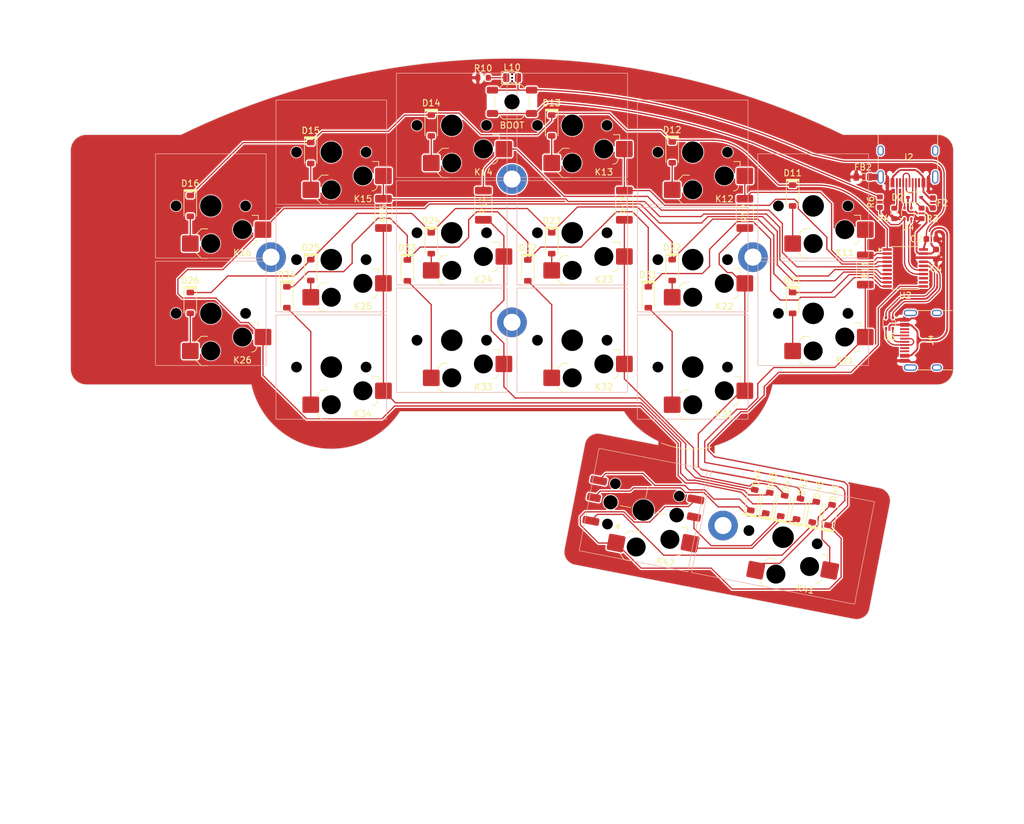
<source format=kicad_pcb>
(kicad_pcb (version 20240108) (generator "pcbnew") (generator_version "8.0")
  (layers (0 "F.Cu" signal) (31 "B.Cu" signal) (34 "B.Paste" user) (35 "F.Paste" user) (36 "B.SilkS" user "B.Silkscreen") (37 "F.SilkS" user "F.Silkscreen") (38 "B.Mask" user) (39 "F.Mask" user) (44 "Edge.Cuts" user))
  (property "AUTHOR" "bgkendall")
  (property "PCB_REVISION" "1.0")
  (net 0 "")
  (net 1 "Row1")
  (net 2 "Net-(D11-A)")
  (net 3 "Net-(D12-A)")
  (net 4 "Net-(D13-A)")
  (net 5 "Row2")
  (net 6 "Net-(D14-A)")
  (net 7 "Net-(D15-A)")
  (net 8 "GND")
  (net 9 "Col5")
  (net 10 "Col4")
  (net 11 "Col4T")
  (net 12 "Col3T")
  (net 13 "Col3")
  (net 14 "Col2T")
  (net 15 "Col2")
  (net 16 "TX_R")
  (net 17 "RX_R")
  (net 19 "Col5T")
  (net 20 "Net-(D21-A)")
  (net 25 "+3V3")
  (net 26 "Net-(L10-K)")
  (net 27 "VBUS_R")
  (net 28 "Net-(FB2-Pad1)")
  (net 31 "USB_PR-")
  (net 32 "USB_PR+")
  (net 34 "Net-(J2-CC1)")
  (net 35 "Net-(J2-CC2)")
  (net 36 "TX_PR")
  (net 38 "RX_PR")
  (net 39 "VCC_R")
  (net 47 "Net-(NT2-Pad2)")
  (net 48 "USB_R+")
  (net 49 "BOOT")
  (net 50 "USB_R-")
  (net 51 "Net-(D24-A)")
  (net 52 "Net-(D23-A)")
  (net 53 "Net-(D22-A)")
  (net 54 "Net-(D25-A)")
  (net 55 "Net-(D2-A)")
  (net 56 "Row3")
  (net 57 "Row4R")
  (net 58 "Col6")
  (net 59 "Col1")
  (net 60 "Col1T")
  (net 61 "Net-(D16-A)")
  (net 62 "Net-(D26-A)")
  (net 63 "Net-(D31-A)")
  (net 64 "Net-(D32-A)")
  (net 65 "Net-(D33-A)")
  (net 66 "Net-(D34-A)")
  (net 67 "Net-(D41-A)")
  (net 68 "Net-(D42-K)")
  (net 69 "Net-(D43-K)")
  (net 70 "Net-(D44-K)")
  (net 71 "Net-(D45-K)")
  (net 72 "Net-(D46-K)")
  (footprint "Project Library:SW_choc_v1_HS_CPG135001S30_1layer_1u" (layer "F.Cu") (at 104.775 69.416683)
    (property "Reference" "K26")
    (property "Value" "PG1350")
  )
  (footprint "Project Library:D_SOD-123_Mod" (layer "F.Cu") (at 101.53 67.766683 -90)
    (property "Reference" "D26")
    (property "Value" "1N4148")
  )
  (footprint "Project Library:SW_choc_v1_HS_CPG135001S30_1layer_1u" (layer "F.Cu") (at 123.825 77.916684)
    (property "Reference" "K34")
    (property "Value" "PG1350")
  )
  (footprint "Project Library:R_2010_5025Metric_Mod" (layer "F.Cu") (at 189.22 53.594 -90)
    (property "Reference" "R12")
    (property "Value" "0R")
  )
  (footprint "Project Library:SW_choc_v1_HS_CPG135001S30_1layer_1u" (layer "F.Cu") (at 180.975 43.916677)
    (property "Reference" "K12")
    (property "Value" "PG1350")
  )
  (footprint "Project Library:R_2010_5025Metric_Mod" (layer "F.Cu") (at 132.07 53.594 -90)
    (property "Reference" "R15")
    (property "Value" "0R")
  )
  (footprint "Project Library:SW_choc_v1_HS_CPG135001S30_1layer_1.5u" (layer "F.Cu") (at 195.2625 104.833358 -11)
    (property "Reference" "K41")
    (property "Value" "PG1350_1½U")
  )
  (footprint "Project Library:SW_choc_v1_HS_CPG135001S30_1layer_1u" (layer "F.Cu") (at 142.875 56.66668)
    (property "Reference" "K24")
    (property "Value" "PG1350")
  )
  (footprint "Project Library:USB_C_Receptacle_HRO_TYPE-C-31-M-12" (layer "F.Cu") (at 215.008 44.704 180)
    (property "Reference" "J2")
    (property "Value" "USB_C_Receptacle_USB2.0_16P_2SH")
  )
  (footprint "Project Library:D_SOD-123" (layer "F.Cu") (at 192.841327 99.410177 79)
    (property "Reference" "D45")
    (property "Value" "1N4148")
  )
  (footprint "Diode_SMD:D_SOD-323" (layer "F.Cu") (at 216.055 51.054)
    (property "Reference" "D2")
    (property "Value" "PMEG2010EA")
  )
  (footprint "Project Library:D_SOD-123_Mod" (layer "F.Cu") (at 139.63 39.689176 -90)
    (property "Reference" "D14")
    (property "Value" "1N4148")
  )
  (footprint "Project Library:D_SOD-123_Mod" (layer "F.Cu") (at 196.78 67.766683 -90)
    (property "Reference" "D21")
    (property "Value" "1N4148")
  )
  (footprint "Project Library:SW_choc_v1_HS_CPG135001S30_1layer_1u" (layer "F.Cu") (at 123.825 60.916681)
    (property "Reference" "K25")
    (property "Value" "PG1350")
  )
  (footprint "Project Library:SW_choc_v1_HS_CPG135001S30_1layer_1u" (layer "F.Cu") (at 200.025 69.416683)
    (property "Reference" "K21")
    (property "Value" "PG1350")
  )
  (footprint "Project Library:D_SOD-123" (layer "F.Cu") (at 197.703327 100.355254 79)
    (property "Reference" "D42")
    (property "Value" "1N4148")
  )
  (footprint "Project Library:R_2010_5025Metric_Mod" (layer "F.Cu") (at 208.27 62.555 -90)
    (property "Reference" "R11")
    (property "Value" "0R")
  )
  (footprint "Project Library:SW_choc_v1_HS_CPG135001S30_1layer_1u" (layer "F.Cu") (at 104.775 52.416679)
    (property "Reference" "K16")
    (property "Value" "PG1350")
  )
  (footprint "Resistor_SMD:R_0603_1608Metric" (layer "F.Cu") (at 217.17 53.594 -90)
    (property "Reference" "R2")
    (property "Value" "5k1")
  )
  (footprint "Project Library:D_SOD-123" (layer "F.Cu") (at 195.209994 99.870599 79)
    (property "Reference" "D43")
    (property "Value" "1N4148")
  )
  (footprint "Fuse:Fuse_0603_1608Metric" (layer "F.Cu") (at 218.948 51.943 -90)
    (property "Reference" "F2")
    (property "Value" "500mA")
  )
  (footprint "Project Library:D_SOD-123" (layer "F.Cu") (at 190.472661 98.949755 79)
    (property "Reference" "D44")
    (property "Value" "1N4148")
  )
  (footprint "Project Library:SW_choc_v1_HS_CPG135001S30_1layer_1u" (layer "F.Cu") (at 200.025 52.416679)
    (property "Reference" "K11")
    (property "Value" "PG1350")
  )
  (footprint "Project Library:SW_choc_v1_HS_CPG135001S30_1layer_1u" (layer "F.Cu") (at 180.975 77.916685)
    (property "Reference" "K31")
    (property "Value" "PG1350")
  )
  (footprint "Project Library:NetTie-2_SMD_Pad0.2mm" (layer "F.Cu") (at 212.987 55.372 180)
    (property "Reference" "NT2" (hide yes))
    (property "Value" "NetTie_2" (hide yes))
  )
  (footprint "Project Library:MountingHole_2.2mm_M2_SMD_Solder_Nut" (layer "F.Cu") (at 152.4 70.83335)
    (property "Reference" "H3" (hide yes))
    (property "Value" "MountingHole")
  )
  (footprint "Project Library:SOT-666_Mod" (layer "F.Cu") (at 212.074 70.957 -90)
    (property "Reference" "U6")
    (property "Value" "USBLC6-2P6")
  )
  (footprint "Project Library:SOT-666_Mod" (layer "F.Cu") (at 215.008 53.594 90)
    (property "Reference" "U4")
    (property "Value" "USBLC6-2P6")
  )
  (footprint "Project Library:MountingHole_2.2mm_M2_SMD_Solder_Nut" (layer "F.Cu") (at 152.4 48.166678)
    (property "Reference" "H2" (hide yes))
    (property "Value" "MountingHole")
  )
  (footprint "Project Library:SW_choc_v1_HS_CPG135001S30_1layer_1u" (layer "F.Cu") (at 142.875 73.666684)
    (property "Reference" "K33")
    (property "Value" "PG1350")
  )
  (footprint "Project Library:D_SOD-123_Mod" (layer "F.Cu") (at 101.53 52.416679 -90)
    (property "Reference" "D16")
    (property "Value" "1N4148")
  )
  (footprint "Project Library:D_SOD-123_Mod" (layer "F.Cu") (at 177.73 62.566681 -90)
    (property "Reference" "D22")
    (property "Value" "1N4148")
  )
  (footprint "Project Library:SW_choc_v1_HS_CPG135001S30_1layer_1u" (layer "F.Cu") (at 180.975 60.916681)
    (property "Reference" "K22")
    (property "Value" "PG1350")
  )
  (footprint "Resistor_SMD:R_0603_1608Metric" (layer "F.Cu") (at 210.566 51.816 90)
    (property "Reference" "R6")
    (property "Value" "5k1-20k")
  )
  (footprint "Capacitor_SMD:C_0603_1608Metric" (layer "F.Cu") (at 218.706 57.652296)
    (property "Reference" "C2")
    (property "Value" "100nF")
  )
  (footprint "Package_SO:TSSOP-20_4.4x6.5mm_P0.65mm" (layer "F.Cu") (at 214.5955 62.23)
    (property "Reference" "U2")
    (property "Value" "CH552T")
  )
  (footprint "Project Library:SW_choc_v1_HS_CPG135001S30_1layer_1u" (layer "F.Cu") (at 123.825 43.916677)
    (property "Reference" "K15")
    (property "Value" "PG1350")
  )
  (footprint "Project Library:D_SOD-123_Mod" (layer "F.Cu") (at 196.78 50.766679 -90)
    (property "Reference" "D11")
    (property "Value" "1N4148")
  )
  (footprint "Project Library:D_SOD-123_Mod" (layer "F.Cu") (at 173.95 66.866681 -90)
    (property "Reference" "D31")
    (property "Value" "1N4148")
  )
  (footprint "Project Library:D_SOD-123_Mod" (layer "F.Cu") (at 158.68 58.31668 -90)
    (property "Reference" "D23")
    (property "Value" "1N4148")
  )
  (footprint "Project Library:MountingHole_2.2mm_M2_SMD_Solder_Nut" (layer "F.Cu") (at 190.5 60.519806)
    (property "Reference" "H4" (hide yes))
    (property "Value" "MountingHole")
  )
  (footprint "Project Library:D_SOD-123_Mod" (layer "F.Cu") (at 120.58 62.566681 -90)
    (property "Reference" "D25")
    (property "Value" "1N4148")
  )
  (footprint "Project Library:D_SOD-123_Mod" (layer "F.Cu") (at 177.73 43.939177 -90)
    (property "Reference" "D12")
    (property "Value" "1N4148")
  )
  (footprint "Project Library:D_SOD-123_Mod" (layer "F.Cu") (at 139.63 58.31668 -90)
    (property "Reference" "D24")
    (property "Value" "1N4148")
  )
  (footprint "Project Library:D_SOD-123_Mod" (layer "F.Cu") (at 120.58 44.052177 -90)
    (property "Reference" "D15")
    (property "Value" "1N4148")
  )
  (footprint "Project Library:MountingHole_2.2mm_M2_SMD_Solder_Nut" (layer "F.Cu") (at 185.773435 102.988868)
    (property "Reference" "H6" (hide yes))
    (property "Value" "MountingHole")
  )
  (footprint "Project Library:SW_choc_v1_HS_nav_CPG135001S30_SKQUCAA010_1layer_1u_1" (layer "F.Cu") (at 173.17589 100.540158 -11)
    (property "Reference" "K42")
    (property "Value" "PG1350/SKQUCAA010")
  )
  (footprint "Inductor_SMD:L_0805_2012Metric" (layer "F.Cu") (at 207.899 47.834 180)
    (property "Reference" "FB2")
    (property "Value" "FerriteBead")
  )
  (footprint "Project Library:SW_SPST_SKQG_WithStem" (layer "F.Cu") (at 152.4 35.941 180)
    (property "Reference" "SW10" (hide yes))
    (property "Value" "BOOT")
  )
  (footprint "Project Library:D_SOD-123_Mod" (layer "F.Cu") (at 116.8 66.866681 -90)
    (property "Reference" "D34")
    (property "Value" "1N4148")
  )
  (footprint "Resistor_SMD:R_0603_1608Metric" (layer "F.Cu") (at 212.852 53.594 -90)
    (property "Reference" "R4")
    (property "Value" "5k1")
  )
  (footprint "Project Library:USB_C_Receptacle_HRO_TYPE-C-31-M-12" (layer "F.Cu") (at 218.533 73.666684 90)
    (property "Reference" "J4")
    (property "Value" "USB_C_Receptacle_USB2.0_16P_2SH")
  )
  (footprint "Project Library:R_2010_5025Metric_Mod" (layer "F.Cu") (at 170.17 52.2975 -90)
    (property "Reference" "R13")
    (property "Value" "0R")
  )
  (footprint "Project Library:SW_choc_v1_HS_CPG135001S30_1layer_1u" (layer "F.Cu") (at 161.925 39.666676)
    (property "Reference" "K13")
    (property "Value" "PG1350")
  )
  (footprint "Project Library:D_SOD-123" (layer "F.Cu") (at 200.19666 100.839909 79)
    (property "Reference" "D46")
    (property "Value" "1N4148")
  )
  (footprint "Project Library:D_SOD-123_Mod" (layer "F.Cu") (at 135.85 62.61668 -90)
    (property "Reference" "D33")
    (property "Value" "1N4148")
  )
  (footprint "Project Library:R_2010_5025Metric_Mod" (layer "F.Cu") (at 147.875 52.2975 -90)
    (property "Reference" "R14")
    (property "Value" "0R")
  )
  (footprint "Project Library:SW_choc_v1_HS_CPG135001S30_1layer_1u" (layer "F.Cu") (at 161.925 56.66668)
    (property "Reference" "K23")
    (property "Value" "PG1350")
  )
  (footprint "Capacitor_SMD:C_0603_1608Metric" (layer "F.Cu") (at 219.456 60.08 -90)
    (property "Reference" "C4")
    (property "Value" "100nF")
  )
  (footprint "Project Library:LED_0805_2012Metric_Mod" (layer "F.Cu") (at 152.42 32.131)
    (property "Reference" "L10")
    (property "Value" "LED")
  )
  (footprint "Project Library:D_SOD-123_Mod" (layer "F.Cu") (at 154.9 62.61668 -90)
    (property "Reference" "D32")
    (property "Value" "1N4148")
  )
  (footprint "Project Library:SW_choc_v1_HS_CPG135001S30_1layer_1u" (layer "F.Cu") (at 161.925 73.666684)
    (property "Reference" "K32")
    (property "Value" "PG1350")
  )
  (footprint "Resistor_SMD:R_0603_1608Metric" (layer "F.Cu") (at 147.828 32.131 180)
    (property "Reference" "R10")
    (property "Value" "5k1")
  )
  (footprint "Project Library:SW_choc_v1_HS_CPG135001S30_1layer_1u" (layer "F.Cu") (at 142.875 39.666676)
    (property "Reference" "K14")
    (property "Value" "PG1350")
  )
  (footprint "Project Library:D_SOD-123_Mod" (layer "F.Cu") (at 158.68 39.689176 -90)
    (property "Reference" "D13")
    (property "Value" "1N4148")
  )
  (footprint "Project Library:MountingHole_2.2mm_M2_SMD_Solder_Nut" (layer "F.Cu") (at 114.3 60.519806)
    (property "Reference" "H1" (hide yes))
    (property "Value" "MountingHole")
  )
  (footprint "Project Library:D_SOD-123" (layer "F.Cu") (at 202.689993 101.324564 79)
    (property "Reference" "D41")
    (property "Value" "1N4148")
  )
  (gr_poly (pts (arc (start 212.9115 72.916684) (mid 212.721178 72.98478) (end 212.614382 73.157584)) (arc (start 212.6115 72.616684) (mid 212.699368 72.828816) (end 212.9115 72.916684))) (stroke (width 0.2)) (fill none) (layer "F.Cu") (net 38))
  (gr_arc (start 155.575 34.000009) (mid 178.239457 36.902051) (end 199.880153 44.235518) (stroke (width 0.2)) (layer "F.Cu") (net 25))
  (gr_poly (pts (arc (start 215.458 50.290289) (mid 215.670132 50.202421) (end 215.758 49.990289)) (arc (start 215.758 50.590289) (mid 215.670132 50.378157) (end 215.458 50.290289))) (stroke (width 0.2)) (fill none) (layer "F.Cu") (net 31))
  (gr_poly (pts (arc (start 153.6375 34.091) (mid 153.425368 34.003132) (end 153.3375 33.791)) (arc (start 153.3375 33.791) (mid 153.249632 34.003132) (end 153.0375 34.091))) (stroke (width 0.2)) (fill none) (layer "F.Cu") (net 25))
  (gr_arc (start 158.714393 36.052181) (mid 174.839991 38.128497) (end 190.5 42.50001) (stroke (width 0.2)) (layer "F.Cu") (net 49))
  (gr_arc (start 183.927267 90.557883) (mid 179.924411 90.855465) (end 176.022 89.916) (stroke (width 0.1)) (layer "F.SilkS"))
  (gr_line (start 204.7875 41.083344) (end 219.71 41.083343) (stroke (width 0.05)) (layer "Edge.Cuts"))
  (gr_line (start 82.55 78.210019) (end 82.55 43.623343) (stroke (width 0.05)) (layer "Edge.Cuts"))
  (gr_arc (start 193.674999 80.750019) (mid 189.112868 88.07015) (end 184.528649 90.434254) (stroke (width 0.05)) (layer "Edge.Cuts"))
  (gr_line (start 222.25 43.623343) (end 222.25 78.210019) (stroke (width 0.05)) (layer "Edge.Cuts"))
  (gr_arc (start 85.09 80.750019) (mid 83.293966 80.006067) (end 82.55 78.210019) (stroke (width 0.05)) (layer "Edge.Cuts"))
  (gr_line (start 184.528649 91.923004) (end 184.528649 90.434254) (stroke (width 0.05)) (layer "Edge.Cuts"))
  (gr_line (start 162.313931 109.252658) (end 206.487131 117.839058) (stroke (width 0.05)) (layer "Edge.Cuts"))
  (gr_line (start 134.740315 85.00002) (end 170.059684 85.00002) (stroke (width 0.05)) (layer "Edge.Cuts"))
  (gr_line (start 219.71 80.750019) (end 193.675 80.750019) (stroke (width 0.05)) (layer "Edge.Cuts"))
  (gr_line (start 212.222258 99.470869) (end 208.978558 116.158569) (stroke (width 0.05)) (layer "Edge.Cuts"))
  (gr_arc (start 162.313931 109.252658) (mid 160.957695 108.354985) (end 160.633442 106.761231) (stroke (width 0.05)) (layer "Edge.Cuts"))
  (gr_line (start 175.44862 90.158025) (end 175.44862 89.69704) (stroke (width 0.05)) (layer "Edge.Cuts"))
  (gr_arc (start 219.71 41.083343) (mid 221.506036 41.827294) (end 222.25 43.623343) (stroke (width 0.05)) (layer "Edge.Cuts"))
  (gr_arc (start 175.44862 89.69704) (mid 172.530463 87.816561) (end 170.059685 85.00002) (stroke (width 0.05)) (layer "Edge.Cuts"))
  (gr_arc (start 163.877142 90.073531) (mid 164.774815 88.717295) (end 166.368569 88.393042) (stroke (width 0.05)) (layer "Edge.Cuts"))
  (gr_arc (start 82.55 43.623343) (mid 83.293934 41.827264) (end 85.09 41.083343) (stroke (width 0.05)) (layer "Edge.Cuts"))
  (gr_arc (start 208.978558 116.158569) (mid 208.080885 117.514805) (end 206.487131 117.839058) (stroke (width 0.05)) (layer "Edge.Cuts"))
  (gr_line (start 85.09 80.750019) (end 111.125 80.750019) (stroke (width 0.05)) (layer "Edge.Cuts"))
  (gr_line (start 210.541769 96.979442) (end 184.528649 91.923004) (stroke (width 0.05)) (layer "Edge.Cuts"))
  (gr_line (start 85.09 41.083343) (end 100.0125 41.083344) (stroke (width 0.05)) (layer "Edge.Cuts"))
  (gr_arc (start 222.25 78.210019) (mid 221.506068 80.006101) (end 219.71 80.750019) (stroke (width 0.05)) (layer "Edge.Cuts"))
  (gr_line (start 163.877142 90.073531) (end 160.633442 106.761231) (stroke (width 0.05)) (layer "Edge.Cuts"))
  (gr_arc (start 100.0125 41.083344) (mid 152.4 29.014633) (end 204.7875 41.083344) (stroke (width 0.05)) (layer "Edge.Cuts"))
  (gr_arc (start 134.740315 85.00002) (mid 122.262393 90.834734) (end 111.125001 80.750019) (stroke (width 0.05)) (layer "Edge.Cuts"))
  (gr_arc (start 210.541769 96.979442) (mid 211.898005 97.877115) (end 212.222258 99.470869) (stroke (width 0.05)) (layer "Edge.Cuts"))
  (gr_line (start 166.368569 88.393042) (end 175.44862 90.158025) (stroke (width 0.05)) (layer "Edge.Cuts"))
  (segment (start 196.78 49.116679) (end 200.676543 49.116679) (width 0.2) (layer "F.Cu") (net 1))
  (segment (start 211.733 56.031) (end 211.733 59.305) (width 0.2) (layer "F.Cu") (net 1))
  (segment (start 170.561 40.513) (end 175.953823 40.513) (width 0.2) (layer "F.Cu") (net 1))
  (segment (start 139.950176 37.719) (end 144.018 37.719) (width 0.2) (layer "F.Cu") (net 1))
  (segment (start 196.78 49.116679) (end 194.531679 49.116679) (width 0.2) (layer "F.Cu") (net 1))
  (segment (start 147.447 41.148) (end 156.464 41.148) (width 0.2) (layer "F.Cu") (net 1))
  (segment (start 156.464 41.148) (end 158.68 38.932) (width 0.2) (layer "F.Cu") (net 1))
  (segment (start 175.953823 40.513) (end 177.73 42.289177) (width 0.2) (layer "F.Cu") (net 1))
  (segment (start 120.58 42.402177) (end 122.3655 40.616677) (width 0.2) (layer "F.Cu") (net 1))
  (segment (start 194.531679 49.116679) (end 189.774823 44.359823) (width 0.2) (layer "F.Cu") (net 1))
  (segment (start 158.9525 37.766676) (end 167.814676 37.766676) (width 0.2) (layer "F.Cu") (net 1))
  (segment (start 158.68 38.932) (end 158.68 38.039176) (width 0.2) (layer "F.Cu") (net 1))
  (segment (start 101.53 50.766679) (end 109.894502 42.402177) (width 0.2) (layer "F.Cu") (net 1))
  (segment (start 135.442824 38.039176) (end 139.63 38.039176) (width 0.2) (layer "F.Cu") (net 1))
  (segment (start 207.747611 52.045611) (end 211.733 56.031) (width 0.2) (layer "F.Cu") (net 1))
  (segment (start 184.117969 42.016677) (end 178.0025 42.016677) (width 0.2) (layer "F.Cu") (net 1))
  (segment (start 144.018 37.719) (end 147.447 41.148) (width 0.2) (layer "F.Cu") (net 1))
  (segment (start 167.814676 37.766676) (end 170.561 40.513) (width 0.2) (layer "F.Cu") (net 1))
  (segment (start 132.865323 40.616677) (end 135.442824 38.039176) (width 0.2) (layer "F.Cu") (net 1))
  (segment (start 122.3655 40.616677) (end 132.865323 40.616677) (width 0.2) (layer "F.Cu") (net 1))
  (segment (start 109.894502 42.402177) (end 120.58 42.402177) (width 0.2) (layer "F.Cu") (net 1))
  (arc (start 189.774823 44.359823) (mid 187.179436 42.625641) (end 184.117969 42.016677) (width 0.2) (layer "F.Cu") (net 1))
  (arc (start 207.747611 52.045611) (mid 204.503377 49.877883) (end 200.676543 49.116679) (width 0.2) (layer "F.Cu") (net 1))
  (segment (start 196.78 58.366679) (end 196.78 52.416679) (width 0.2) (layer "F.Cu") (net 2))
  (segment (start 177.73 49.866677) (end 177.73 45.589177) (width 0.2) (layer "F.Cu") (net 3))
  (segment (start 158.68 45.616676) (end 158.68 41.339176) (width 0.2) (layer "F.Cu") (net 4))
  (segment (start 101.53 66.116683) (end 104.83 66.116683) (width 0.2) (layer "F.Cu") (net 5))
  (segment (start 120.58 60.916681) (end 127.902681 53.594) (width 0.2) (layer "F.Cu") (net 5))
  (segment (start 154.84532 52.832) (end 158.68 56.66668) (width 0.2) (layer "F.Cu") (net 5))
  (segment (start 193.802 63.138683) (end 193.802 57.023) (width 0.2) (layer "F.Cu") (net 5))
  (segment (start 202.869317 66.116683) (end 205.702 63.284) (width 0.2) (layer "F.Cu") (net 5))
  (segment (start 193.802 57.023) (end 191.281 54.502) (width 0.2) (layer "F.Cu") (net 5))
  (segment (start 205.702 63.284) (end 209.559157 63.284) (width 0.2) (layer "F.Cu") (net 5))
  (segment (start 196.78 66.116683) (end 202.869317 66.116683) (width 0.2) (layer "F.Cu") (net 5))
  (segment (start 139.63 56.66668) (end 143.46468 52.832) (width 0.2) (layer "F.Cu") (net 5))
  (segment (start 162.76868 52.578) (end 172.212 52.578) (width 0.2) (layer "F.Cu") (net 5))
  (segment (start 117.996681 63.5) (end 120.58 60.916681) (width 0.2) (layer "F.Cu") (net 5))
  (segment (start 136.55732 53.594) (end 139.63 56.66668) (width 0.2) (layer "F.Cu") (net 5))
  (segment (start 107.446683 63.5) (end 117.996681 63.5) (width 0.2) (layer "F.Cu") (net 5))
  (segment (start 196.78 66.116683) (end 193.802 63.138683) (width 0.2) (layer "F.Cu") (net 5))
  (segment (start 143.46468 52.832) (end 154.84532 52.832) (width 0.2) (layer "F.Cu") (net 5))
  (segment (start 177.73 58.096) (end 177.73 60.916681) (width 0.2) (layer "F.Cu") (net 5))
  (segment (start 210.780157 64.505) (end 211.733 64.505) (width 0.2) (layer "F.Cu") (net 5))
  (segment (start 104.83 66.116683) (end 107.446683 63.5) (width 0.2) (layer "F.Cu") (net 5))
  (segment (start 158.68 56.66668) (end 162.76868 52.578) (width 0.2) (layer "F.Cu") (net 5))
  (segment (start 184.144681 54.502) (end 177.73 60.916681) (width 0.2) (layer "F.Cu") (net 5))
  (segment (start 127.902681 53.594) (end 136.55732 53.594) (width 0.2) (layer "F.Cu") (net 5))
  (segment (start 191.281 54.502) (end 184.144681 54.502) (width 0.2) (layer "F.Cu") (net 5))
  (segment (start 209.559157 63.284) (end 210.780157 64.505) (width 0.2) (layer "F.Cu") (net 5))
  (segment (start 172.212 52.578) (end 177.73 58.096) (width 0.2) (layer "F.Cu") (net 5))
  (segment (start 139.63 45.616676) (end 139.63 41.339176) (width 0.2) (layer "F.Cu") (net 6))
  (segment (start 120.58 49.866677) (end 120.58 45.702177) (width 0.2) (layer "F.Cu") (net 7))
  (segment (start 218.258 48.749) (end 219.166 49.657) (width 0.5) (layer "F.Cu") (net 8))
  (segment (start 215.392 77.089) (end 215.439684 77.136684) (width 0.3) (layer "F.Cu") (net 8))
  (segment (start 216.583 54.419) (end 217.17 54.419) (width 0.3) (layer "F.Cu") (net 8))
  (segment (start 213.106 54.419) (end 213.433 54.419) (width 0.3) (layer "F.Cu") (net 8))
  (segment (start 215.262344 53.844) (end 216.008 53.844) (width 0.3) (layer "F.Cu") (net 8))
  (segment (start 215.781 60.333) (end 216.053 60.605) (width 0.3) (layer "F.Cu") (net 8))
  (segment (start 215.439684 77.136684) (end 215.773 77.136684) (width 0.3) (layer "F.Cu") (net 8))
  (segment (start 214.488 70.416684) (end 215.333316 70.416684) (width 0.3) (layer "F.Cu") (net 8))
  (segment (start 215.781 55.808) (end 215.781 60.333) (width 0.3) (layer "F.Cu") (net 8))
  (segment (start 214.488 76.916684) (end 215.219684 76.916684) (width 0.3) (layer "F.Cu") (net 8))
  (segment (start 217.17 54.419) (end 215.781 55.808) (width 0.3) (layer "F.Cu") (net 8))
  (segment (start 215.519 70.231) (end 215.553316 70.196684) (width 0.3) (layer "F.Cu") (net 8))
  (segment (start 219.456 60.855) (end 220.472 59.839) (width 0.5) (layer "F.Cu") (net 8))
  (segment (start 214.747656 53.844) (end 213.993 53.844) (width 0.3) (layer "F.Cu") (net 8))
  (segment (start 220.472 58.668296) (end 219.456 57.652296) (width 0.5) (layer "F.Cu") (net 8))
  (segment (start 217.458 60.605) (end 219.329 60.605) (width 0.4) (layer "F.Cu") (net 8))
  (segment (start 220.472 59.839) (end 220.472 58.668296) (width 0.5) (layer "F.Cu") (net 8))
  (segment (start 216.008 53.844) (end 216.583 54.419) (width 0.3) (layer "F.Cu") (net 8))
  (segment (start 213.433 54.419) (end 214.008 53.844) (width 0.3) (layer "F.Cu") (net 8))
  (segment (start 213.364316 70.416684) (end 214.488 70.416684) (width 0.3) (layer "F.Cu") (net 8))
  (segment (start 216.053 60.605) (end 217.458 60.605) (width 0.3) (layer "F.Cu") (net 8))
  (segment (start 215.553316 70.196684) (end 215.773 70.196684) (width 0.3) (layer "F.Cu") (net 8))
  (segment (start 213.074 70.707) (end 213.364316 70.416684) (width 0.3) (layer "F.Cu") (net 8))
  (segment (start 215.219684 76.916684) (end 215.392 77.089) (width 0.3) (layer "F.Cu") (net 8))
  (segment (start 211.758 48.749) (end 211.758 53.325) (width 0.5) (layer "F.Cu") (net 8))
  (segment (start 215.333316 70.416684) (end 215.519 70.231) (width 0.3) (layer "F.Cu") (net 8))
  (segment (start 211.758 53.325) (end 212.852 54.419) (width 0.5) (layer "F.Cu") (net 8))
  (segment (start 160.901474 51.308) (end 161.305895 51.712421) (width 0.2) (layer "F.Cu") (net 9))
  (segment (start 210.779 63.205) (end 211.733 63.205) (width 0.2) (layer "F.Cu") (net 9))
  (segment (start 202.438 63.5) (end 203.454 62.484) (width 0.2) (layer "F.Cu") (net 9))
  (segment (start 182.714314 53.702) (end 192.64 53.702) (width 0.2) (layer "F.Cu") (net 9))
  (segment (start 203.454 62.484) (end 210.058 62.484) (width 0.2) (layer "F.Cu") (net 9))
  (segment (start 132.07 47.666677) (end 132.07 51.308) (width 0.2) (layer "F.Cu") (net 9))
  (segment (start 161.305895 51.712421) (end 173.378421 51.712421) (width 0.2) (layer "F.Cu") (net 9))
  (segment (start 132.07 51.308) (end 160.901474 51.308) (width 0.2) (layer "F.Cu") (net 9))
  (segment (start 192.64 53.702) (end 194.755 55.817) (width 0.2) (layer "F.Cu") (net 9))
  (segment (start 210.058 62.484) (end 210.779 63.205) (width 0.2) (layer "F.Cu") (net 9))
  (segment (start 175.768 54.102) (end 182.314314 54.102) (width 0.2) (layer "F.Cu") (net 9))
  (segment (start 194.755 60.897) (end 197.358 63.5) (width 0.2) (layer "F.Cu") (net 9))
  (segment (start 182.314314 54.102) (end 182.714314 53.702) (width 0.2) (layer "F.Cu") (net 9))
  (segment (start 194.755 55.817) (end 194.755 60.897) (width 0.2) (layer "F.Cu") (net 9))
  (segment (start 197.358 63.5) (end 202.438 63.5) (width 0.2) (layer "F.Cu") (net 9))
  (segment (start 173.378421 51.712421) (end 175.768 54.102) (width 0.2) (layer "F.Cu") (net 9))
  (segment (start 195.155 59.773) (end 197.437 62.055) (width 0.2) (layer "F.Cu") (net 10))
  (segment (start 193.04 53.086) (end 195.155 55.201) (width 0.2) (layer "F.Cu") (net 10))
  (segment (start 147.875 49.985) (end 147.875 47.490103) (width 0.2) (layer "F.Cu") (net 10))
  (segment (start 197.437 62.055) (end 210.233 62.055) (width 0.2) (layer "F.Cu") (net 10))
  (segment (start 151.12 43.416676) (end 153.144676 43.416676) (width 0.2) (layer "F.Cu") (net 10))
  (segment (start 176.022 53.086) (end 193.04 53.086) (width 0.2) (layer "F.Cu") (net 10))
  (segment (start 160.636 50.908) (end 173.844 50.908) (width 0.2) (layer "F.Cu") (net 10))
  (segment (start 153.144676 43.416676) (end 160.636 50.908) (width 0.2) (layer "F.Cu") (net 10))
  (segment (start 210.233 62.055) (end 210.383 61.905) (width 0.2) (layer "F.Cu") (net 10))
  (segment (start 173.844 50.908) (end 176.022 53.086) (width 0.2) (layer "F.Cu") (net 10))
  (segment (start 210.383 61.905) (end 211.733 61.905) (width 0.2) (layer "F.Cu") (net 10))
  (segment (start 148.460787 46.075889) (end 151.12 43.416676) (width 0.2) (layer "F.Cu") (net 10))
  (segment (start 195.155 55.201) (end 195.155 59.773) (width 0.2) (layer "F.Cu") (net 10))
  (arc (start 147.875 47.490103) (mid 148.027241 46.724736) (end 148.460787 46.075889) (width 0.2) (layer "F.Cu") (net 10))
  (segment (start 148.59 54.61) (end 151.12 57.14) (width 0.2) (layer "F.Cu") (net 11))
  (segment (start 179.867674 90.039895) (end 179.867674 93.924803) (width 0.2) (layer "F.Cu") (net 11))
  (segment (start 151.12 60.41668) (end 151.12 67.32) (width 0.2) (layer "F.Cu") (net 11))
  (segment (start 172.631779 82.804) (end 179.867674 90.039895) (width 0.2) (layer "F.Cu") (net 11))
  (segment (start 152.908 82.804) (end 172.631779 82.804) (width 0.2) (layer "F.Cu") (net 11))
  (segment (start 149.098 72.136) (end 151.12 74.158) (width 0.2) (layer "F.Cu") (net 11))
  (segment (start 151.12 57.14) (end 151.12 60.41668) (width 0.2) (layer "F.Cu") (net 11))
  (segment (start 181.356 95.413129) (end 190.787496 97.33007) (width 0.2) (layer "F.Cu") (net 11))
  (segment (start 151.12 77.416684) (end 151.12 81.016) (width 0.2) (layer "F.Cu") (net 11))
  (segment (start 151.12 67.32) (end 149.098 69.342) (width 0.2) (layer "F.Cu") (net 11))
  (segment (start 149.098 69.342) (end 149.098 72.136) (width 0.2) (layer "F.Cu") (net 11))
  (segment (start 151.12 81.016) (end 152.908 82.804) (width 0.2) (layer "F.Cu") (net 11))
  (segment (start 151.12 74.158) (end 151.12 77.416684) (width 0.2) (layer "F.Cu") (net 11))
  (segment (start 179.867674 93.924803) (end 181.356 95.413129) (width 0.2) (layer "F.Cu") (net 11))
  (segment (start 190.438149 96.319082) (end 191.959445 96.319082) (width 0.2) (layer "F.Cu") (net 12))
  (segment (start 170.17 79.776535) (end 181.102 90.708535) (width 0.2) (layer "F.Cu") (net 12))
  (segment (start 170.17 60.41668) (end 170.17 54.61) (width 0.2) (layer "F.Cu") (net 12))
  (segment (start 191.959445 96.319082) (end 194.129775 96.718723) (width 0.2) (layer "F.Cu") (net 12))
  (segment (start 189.996174 96.761057) (end 190.438149 96.319082) (width 0.2) (layer "F.Cu") (net 12))
  (segment (start 194.129775 96.718723) (end 195.524829 98.113777) (width 0.2) (layer "F.Cu") (net 12))
  (segment (start 182.323618 95.201618) (end 189.996174 96.761057) (width 0.2) (layer "F.Cu") (net 12))
  (segment (start 181.102 90.708535) (end 181.102 93.98) (width 0.2) (layer "F.Cu") (net 12))
  (segment (start 170.17 79.776535) (end 170.17 77.416684) (width 0.2) (layer "F.Cu") (net 12))
  (segment (start 170.17 60.41668) (end 170.17 77.416684) (width 0.2) (layer "F.Cu") (net 12))
  (segment (start 181.102 93.98) (end 182.323618 95.201618) (width 0.2) (layer "F.Cu") (net 12))
  (segment (start 193.132755 52.324) (end 194.090076 51.366679) (width 0.2) (layer "F.Cu") (net 13))
  (segment (start 170.17 43.416676) (end 170.17 49.985) (width 0.2) (layer "F.Cu") (net 13))
  (segment (start 197.68 52.865375) (end 202.184 57.369375) (width 0.2) (layer "F.Cu") (net 13))
  (segment (start 174.191 49.985) (end 176.53 52.324) (width 0.2) (layer "F.Cu") (net 13))
  (segment (start 170.17 49.985) (end 174.191 49.985) (width 0.2) (layer "F.Cu") (net 13))
  (segment (start 197.68 51.967983) (end 197.68 52.865375) (width 0.2) (layer "F.Cu") (net 13))
  (segment (start 204.558314 61.614) (end 209.883157 61.614) (width 0.2) (layer "F.Cu") (net 13))
  (segment (start 197.078696 51.366679) (end 197.68 51.967983) (width 0.2) (layer "F.Cu") (net 13))
  (segment (start 194.090076 51.366679) (end 197.078696 51.366679) (width 0.2) (layer "F.Cu") (net 13))
  (segment (start 202.184 57.369375) (end 202.184 59.239686) (width 0.2) (layer "F.Cu") (net 13))
  (segment (start 210.242157 61.255) (end 211.733 61.255) (width 0.2) (layer "F.Cu") (net 13))
  (segment (start 209.883157 61.614) (end 210.242157 61.255) (width 0.2) (layer "F.Cu") (net 13))
  (segment (start 202.184 59.239686) (end 204.558314 61.614) (width 0.2) (layer "F.Cu") (net 13))
  (segment (start 176.53 52.324) (end 193.132755 52.324) (width 0.2) (layer "F.Cu") (net 13))
  (segment (start 189.22 55.9065) (end 185.166 59.9605) (width 0.2) (layer "F.Cu") (net 14))
  (segment (start 181.864 93.63894) (end 182.372 94.14694) (width 0.2) (layer "F.Cu") (net 14))
  (segment (start 185.166 59.9605) (end 185.166 61.661302) (width 0.2) (layer "F.Cu") (net 14))
  (segment (start 198.018162 98.735569) (end 198.018162 97.860674) (width 0.2) (layer "F.Cu") (net 14))
  (segment (start 187.195875 62.966681) (end 189.22 64.990806) (width 0.2) (layer "F.Cu") (net 14))
  (segment (start 181.864 88.457) (end 188.654315 81.666685) (width 0.2) (layer "F.Cu") (net 14))
  (segment (start 185.166 61.661302) (end 186.471379 62.966681) (width 0.2) (layer "F.Cu") (net 14))
  (segment (start 181.864 88.457) (end 181.864 93.63894) (width 0.2) (layer "F.Cu") (net 14))
  (segment (start 186.471379 62.966681) (end 187.195875 62.966681) (width 0.2) (layer "F.Cu") (net 14))
  (segment (start 189.22 64.666681) (end 189.22 81.666685) (width 0.2) (layer "F.Cu") (net 14))
  (segment (start 197.199256 96.877208) (end 182.372 94.14694) (width 0.2) (layer "F.Cu") (net 14))
  (arc (start 198.018162 97.860674) (mid 197.786633 97.220789) (end 197.199256 96.877208) (width 0.2) (layer "F.Cu") (net 14))
  (segment (start 202.946 52.07) (end 202.946 59.436) (width 0.2) (layer "F.Cu") (net 15))
  (segment (start 189.22 51.2815) (end 190.234821 50.266679) (width 0.2) (layer "F.Cu") (net 15))
  (segment (start 210.159 60.605) (end 211.733 60.605) (width 0.2) (layer "F.Cu") (net 15))
  (segment (start 204.724 61.214) (end 209.55 61.214) (width 0.2) (layer "F.Cu") (net 15))
  (segment (start 190.234821 50.266679) (end 201.142679 50.266679) (width 0.2) (layer "F.Cu") (net 15))
  (segment (start 209.55 61.214) (end 210.159 60.605) (width 0.2) (layer "F.Cu") (net 15))
  (segment (start 201.142679 50.266679) (end 202.946 52.07) (width 0.2) (layer "F.Cu") (net 15))
  (segment (start 189.22 47.666677) (end 189.22 51.2815) (width 0.2) (layer "F.Cu") (net 15))
  (segment (start 202.946 59.436) (end 204.724 61.214) (width 0.2) (layer "F.Cu") (net 15))
  (segment (start 213.580028 67.026472) (end 211.887972 68.718528) (width 0.2) (layer "F.Cu") (net 16))
  (segment (start 218.464647 62.051447) (end 218.967686 62.554486) (width 0.2) (layer "F.Cu") (net 16))
  (segment (start 219.202 63.120171) (end 219.202 64.946629) (width 0.2) (layer "F.Cu") (net 16))
  (segment (start 218.967685 65.512315) (end 218.039314 66.440686) (width 0.2) (layer "F.Cu") (net 16))
  (segment (start 217.458 61.905) (end 218.111093 61.905) (width 0.2) (layer "F.Cu") (net 16))
  (segment (start 217.473629 66.675) (end 214.428556 66.675) (width 0.2) (layer "F.Cu") (net 16))
  (segment (start 211.5365 69.567056) (end 211.5365 70.107) (width 0.2) (layer "F.Cu") (net 16))
  (arc (start 213.580028 67.026472) (mid 213.969336 66.766345) (end 214.428556 66.675) (width 0.2) (layer "F.Cu") (net 16))
  (arc (start 218.039314 66.440686) (mid 217.779775 66.614104) (end 217.473629 66.675) (width 0.2) (layer "F.Cu") (net 16))
  (arc (start 218.967685 65.512315) (mid 219.141104 65.252776) (end 219.202 64.946629) (width 0.2) (layer "F.Cu") (net 16))
  (arc (start 218.967686 62.554486) (mid 219.141104 62.814025) (end 219.202 63.120171) (width 0.2) (layer "F.Cu") (net 16))
  (arc (start 218.464647 62.051447) (mid 218.302435 61.94306) (end 218.111093 61.905) (width 0.2) (layer "F.Cu") (net 16))
  (arc (start 211.887972 68.718528) (mid 211.627845 69.107836) (end 211.5365 69.567056) (width 0.2) (layer "F.Cu") (net 16))
  (segment (start 217.661793 67.564) (end 214.707371 67.564) (width 0.2) (layer "F.Cu") (net 17))
  (segment (start 220.091 63.565256) (end 220.091 65.134793) (width 0.2) (layer "F.Cu") (net 17))
  (segment (start 212.6115 69.659871) (end 212.6115 70.107) (width 0.2) (layer "F.Cu") (net 17))
  (segment (start 214.141685 67.798315) (end 212.845814 69.094186) (width 0.2) (layer "F.Cu") (net 17))
  (segment (start 218.424247 61.401447) (end 219.739528 62.716728) (width 0.2) (layer "F.Cu") (net 17))
  (segment (start 219.739528 65.983321) (end 218.510321 67.212528) (width 0.2) (layer "F.Cu") (net 17))
  (arc (start 214.141685 67.798315) (mid 214.401224 67.624896) (end 214.707371 67.564) (width 0.2) (layer "F.Cu") (net 17))
  (arc (start 219.739528 65.983321) (mid 219.999655 65.594013) (end 220.091 65.134793) (width 0.2) (layer "F.Cu") (net 17))
  (arc (start 212.845814 69.094186) (mid 212.672396 69.353725) (end 212.6115 69.659871) (width 0.2) (layer "F.Cu") (net 17))
  (arc (start 218.070693 61.255) (mid 218.262035 61.29306) (end 218.424247 61.401447) (width 0.2) (layer "F.Cu") (net 17))
  (arc (start 218.510321 67.212528) (mid 218.121013 67.472655) (end 217.661793 67.564) (width 0.2) (layer "F.Cu") (net 17))
  (arc (start 219.739528 62.716728) (mid 219.999655 63.106036) (end 220.091 63.565256) (width 0.2) (layer "F.Cu") (net 17))
  (segment (start 132.07 64.666681) (end 132.07 81.666684) (width 0.2) (layer "F.Cu") (net 19))
  (segment (start 189.086529 97.392529) (end 181.315766 95.813129) (width 0.2) (layer "F.Cu") (net 19))
  (segment (start 133.969316 83.566) (end 172.828093 83.566) (width 0.2) (layer "F.Cu") (net 19))
  (segment (start 179.07 89.807907) (end 172.828093 83.566) (width 0.2) (layer "F.Cu") (net 19))
  (segment (start 179.07 94.693982) (end 179.07 89.807907) (width 0.2) (layer "F.Cu") (net 19))
  (segment (start 189.841584 98.147584) (end 189.086529 97.392529) (width 0.2) (layer "F.Cu") (net 19))
  (segment (start 192.79907 98.147584) (end 189.841584 98.147584) (width 0.2) (layer "F.Cu") (net 19))
  (segment (start 132.07 81.666684) (end 133.969316 83.566) (width 0.2) (layer "F.Cu") (net 19))
  (segment (start 132.07 64.666681) (end 132.07 55.9065) (width 0.2) (layer "F.Cu") (net 19))
  (segment (start 181.315766 95.813129) (end 180.189147 95.813129) (width 0.2) (layer "F.Cu") (net 19))
  (segment (start 180.189147 95.813129) (end 179.07 94.693982) (width 0.2) (layer "F.Cu") (net 19))
  (segment (start 193.156162 97.790492) (end 192.79907 98.147584) (width 0.2) (layer "F.Cu") (net 19))
  (segment (start 196.78 75.366683) (end 196.78 69.416683) (width 0.2) (layer "F.Cu") (net 20))
  (segment (start 220.726 47.333344) (end 220.726 52.384573) (width 0.2) (layer "F.Cu") (net 25))
  (segment (start 217.931 56.836427) (end 217.931 57.652296) (width 0.2) (layer "F.Cu") (net 25))
  (segment (start 153.0966 34.088118) (end 153.093718 34.091) (width 0.2) (layer "F.Cu") (net 25))
  (segment (start 205.118969 45.333344) (end 218.726 45.333344) (width 0.2) (layer "F.Cu") (net 25))
  (segment (start 199.880153 44.235518) (end 204.464026 45.260979) (width 0.2) (layer "F.Cu") (net 25))
  (segment (start 217.458 59.305) (end 217.931 57.652296) (width 0.3) (layer "F.Cu") (net 25))
  (segment (start 220.140213 53.798787) (end 218.516786 55.422214) (width 0.2) (layer "F.Cu") (net 25))
  (segment (start 153.3375 32.131) (end 153.3375 33.791) (width 0.2) (layer "F.Cu") (net 25))
  (segment (start 153.093718 34.091) (end 149.3 34.091) (width 0.2) (layer "F.Cu") (net 25))
  (segment (start 153.6375 34.091) (end 155.5 34.091) (width 0.2) (layer "F.Cu") (net 25))
  (arc (start 220.726 47.333344) (mid 220.140214 45.91913) (end 218.726 45.333344) (width 0.2) (layer "F.Cu") (net 25))
  (arc (start 204.464026 45.260979) (mid 204.789505 45.315198) (end 205.118969 45.333344) (width 0.2) (layer "F.Cu") (net 25))
  (arc (start 217.931 56.836427) (mid 218.083241 56.07106) (end 218.516786 55.422214) (width 0.2) (layer "F.Cu") (net 25))
  (arc (start 220.140213 53.798787) (mid 220.573759 53.14994) (end 220.726 52.384573) (width 0.2) (layer "F.Cu") (net 25))
  (segment (start 148.653 32.131) (end 151.6125 32.131) (width 0.2) (layer "F.Cu") (net 26))
  (segment (start 216.572815 46.970315) (end 217.223686 47.621186) (width 0.3) (layer "F.Cu") (net 27))
  (segment (start 212.792315 47.639685) (end 213.461686 46.970314) (width 0.3) (layer "F.Cu") (net 27))
  (segment (start 218.4145 51.1555) (end 218.948 51.1555) (width 0.3) (layer "F.Cu") (net 27))
  (segment (start 214.027371 46.736) (end 216.007129 46.736) (width 0.3) (layer "F.Cu") (net 27))
  (segment (start 217.458 48.749) (end 217.458 50.199) (width 0.3) (layer "F.Cu") (net 27))
  (segment (start 217.458 50.199) (end 218.4145 51.1555) (width 0.3) (layer "F.Cu") (net 27))
  (arc (start 217.458 48.186871) (mid 217.397104 47.880725) (end 217.223686 47.621186) (width 0.3) (layer "F.Cu") (net 27))
  (arc (start 216.007129 46.736) (mid 216.313276 46.796897) (end 216.572815 46.970315) (width 0.3) (layer "F.Cu") (net 27))
  (arc (start 212.558 48.205371) (mid 212.618897 47.899224) (end 212.792315 47.639685) (width 0.3) (layer "F.Cu") (net 27))
  (arc (start 214.027371 46.736) (mid 213.721225 46.796896) (end 213.461686 46.970314) (width 0.3) (layer "F.Cu") (net 27))
  (segment (start 210.6 47.834) (end 209.2 47.834) (width 1) (layer "F.Cu") (net 28))
  (segment (start 214.751 48.756) (end 214.751 49.792) (width 0.2) (layer "F.Cu") (net 31))
  (segment (start 215.5425 51.96249) (end 215.5425 52.744) (width 0.2) (layer "F.Cu") (net 31))
  (segment (start 215.185399 50.290289) (end 215.458 50.290289) (width 0.2) (layer "F.Cu") (net 31))
  (segment (start 215.758 49.990289) (end 215.758 48.749) (width 0.2) (layer "F.Cu") (net 31))
  (segment (start 215.716995 51.730005) (end 215.583505 51.863495) (width 0.2) (layer "F.Cu") (net 31))
  (segment (start 215.758 50.590289) (end 215.758 51.63101) (width 0.2) (layer "F.Cu") (net 31))
  (arc (start 214.751 49.792) (mid 214.87508 50.121673) (end 215.185399 50.290289) (width 0.2) (layer "F.Cu") (net 31))
  (arc (start 215.5425 51.96249) (mid 215.553157 51.908914) (end 215.583505 51.863495) (width 0.2) (layer "F.Cu") (net 31))
  (arc (start 215.758 51.63101) (mid 215.747343 51.684586) (end 215.716995 51.730005) (width 0.2) (layer "F.Cu") (net 31))
  (segment (start 214.299005 51.745005) (end 214.426495 51.872495) (width 0.2) (layer "F.Cu") (net 32))
  (segment (start 214.258 48.749) (end 214.258 47.749) (width 0.2) (layer "F.Cu") (net 32))
  (segment (start 214.4675 51.97149) (end 214.4675 52.744) (width 0.2) (layer "F.Cu") (net 32))
  (segment (start 215.258 48.749) (end 215.258 47.749) (width 0.2) (layer "F.Cu") (net 32))
  (segment (start 214.258 48.749) (end 214.258 51.64601) (width 0.2) (layer "F.Cu") (net 32))
  (arc (start 214.258 47.749) (mid 214.404447 47.395447) (end 214.758 47.249) (width 0.2) (layer "F.Cu") (net 32))
  (arc (start 214.4675 51.97149) (mid 214.456843 51.917914) (end 214.426495 51.872495) (width 0.2) (layer "F.Cu") (net 32))
  (arc (start 215.258 47.749) (mid 215.111553 47.395447) (end 214.758 47.249) (width 0.2) (layer "F.Cu") (net 32))
  (arc (start 214.258 51.64601) (mid 214.268657 51.699586) (end 214.299005 51.745005) (width 0.2) (layer "F.Cu") (net 32))
  (segment (start 216.404447 52.003447) (end 217.17 52.769) (width 0.2) (layer "F.Cu") (net 34))
  (segment (start 216.258 48.749) (end 216.258 51.649893) (width 0.2) (layer "F.Cu") (net 34))
  (arc (start 216.404447 52.003447) (mid 216.29606 51.841235) (end 216.258 51.649893) (width 0.2) (layer "F.Cu") (net 34))
  (segment (start 213.258 48.749) (end 213.258 52.155893) (width 0.2) (layer "F.Cu") (net 35))
  (arc (start 213.258 52.155893) (mid 213.21994 52.347235) (end 213.111553 52.509447) (width 0.2) (layer "F.Cu") (net 35))
  (segment (start 211.5365 71.807) (end 211.5365 72.822) (width 0.2) (layer "F.Cu") (net 36))
  (segment (start 213.1365 74.422) (end 214.482684 74.422) (width 0.2) (layer "F.Cu") (net 36))
  (segment (start 215.4 74.416684) (end 214.488 74.416684) (width 0.2) (layer "F.Cu") (net 36))
  (segment (start 214.488 73.416684) (end 215.4 73.416684) (width 0.2) (layer "F.Cu") (net 36))
  (arc (start 215.9 73.916684) (mid 215.753553 74.270237) (end 215.4 74.416684) (width 0.2) (layer "F.Cu") (net 36))
  (arc (start 215.9 73.916684) (mid 215.753553 73.563131) (end 215.4 73.416684) (width 0.2) (layer "F.Cu") (net 36))
  (arc (start 211.5365 72.822) (mid 212.005129 73.953371) (end 213.1365 74.422) (width 0.2) (layer "F.Cu") (net 36))
  (segment (start 212.6115 71.807) (end 212.6115 73.116684) (width 0.2) (layer "F.Cu") (net 38))
  (segment (start 212.6115 72.916684) (end 214.488 72.916684) (width 0.2) (layer "F.Cu") (net 38))
  (segment (start 213.4115 73.916684) (end 214.488 73.916684) (width 0.2) (layer "F.Cu") (net 38))
  (arc (start 213.4115 73.916684) (mid 212.845815 73.682369) (end 212.6115 73.116684) (width 0.2) (layer "F.Cu") (net 38))
  (segment (start 212.331344 71.207) (end 214.478316 71.207) (width 0.3) (layer "F.Cu") (net 39))
  (segment (start 215.156629 76.116684) (end 214.488 76.116684) (width 0.3) (layer "F.Cu") (net 39))
  (segment (start 216.3705 56.886607) (end 216.3705 59.455) (width 0.3) (layer "F.Cu") (net 39))
  (segment (start 215.722315 71.450999) (end 216.300686 72.02937) (width 0.3) (layer "F.Cu") (net 39))
  (segment (start 218.952447 59.808553) (end 219.456 59.305) (width 0.3) (layer "F.Cu") (net 39))
  (segment (start 214.488 71.216684) (end 215.156629 71.216684) (width 0.3) (layer "F.Cu") (net 39))
  (segment (start 215.008 53.086656) (end 215.265344 53.344) (width 0.3) (layer "F.Cu") (net 39))
  (segment (start 212.074 71.882) (end 212.074 71.464344) (width 0.3) (layer "F.Cu") (net 39))
  (segment (start 215.008 51.057) (end 215.008 52.669) (width 0.3) (layer "F.Cu") (net 39))
  (segment (start 212.074 71.464344) (end 212.331344 71.207) (width 0.3) (layer "F.Cu") (net 39))
  (segment (start 216.535 73.66) (end 216.535 74.738313) (width 0.3) (layer "F.Cu") (net 39))
  (segment (start 219.234 73.66) (end 216.535 73.66) (width 0.3) (layer "F.Cu") (net 39))
  (segment (start 218.705999 57.138592) (end 218.705999 58.166) (width 0.2) (layer "F.Cu") (net 39))
  (segment (start 216.535 72.595055) (end 216.535 73.66) (width 0.3) (layer "F.Cu") (net 39))
  (segment (start 218.705999 57.138592) (end 218.705999 57.08) (width 0.3) (layer "F.Cu") (net 39))
  (segment (start 221.234 57.08) (end 221.234 71.66) (width 0.3) (layer "F.Cu") (net 39))
  (segment (start 219.456 59.305) (end 218.852445 58.701445) (width 0.3) (layer "F.Cu") (net 39))
  (segment (start 216.232642 53.344) (end 216.482642 53.594) (width 0.3) (layer "F.Cu") (net 39))
  (segment (start 217.848553 55.201447) (end 216.516946 56.533054) (width 0.3) (layer "F.Cu") (net 39))
  (segment (start 218.705999 58.347892) (end 218.705999 58.166) (width 0.3) (layer "F.Cu") (net 39))
  (segment (start 216.300685 75.303999) (end 215.722314 75.88237) (width 0.3) (layer "F.Cu") (net 39))
  (segment (start 215.008 52.669) (end 215.008 53.086656) (width 0.3) (layer "F.Cu") (net 39))
  (segment (start 215.265344 53.344) (end 216.232642 53.344) (width 0.3) (layer "F.Cu") (net 39))
  (segment (start 217.995 53.985642) (end 217.995 54.847893) (width 0.3) (layer "F.Cu") (net 39))
  (segment (start 219.905999 55.88) (end 220.034 55.88) (width 0.3) (layer "F.Cu") (net 39))
  (segment (start 217.458 59.955) (end 218.598893 59.955) (width 0.3) (layer "F.Cu") (net 39))
  (segment (start 217.603358 53.594) (end 217.995 53.985642) (width 0.3) (layer "F.Cu") (net 39))
  (segment (start 216.482642 53.594) (end 217.603358 53.594) (width 0.3) (layer "F.Cu") (net 39))
  (arc (start 218.852445 58.701445) (mid 218.744059 58.539233) (end 218.705999 58.347892) (width 0.3) (layer "F.Cu") (net 39))
  (arc (start 219.234 73.66) (mid 220.648214 73.074214) (end 221.234 71.66) (width 0.3) (layer "F.Cu") (net 39))
  (arc (start 220.034 55.88) (mid 220.882528 56.231472) (end 221.234 57.08) (width 0.3) (layer "F.Cu") (net 39))
  (arc (start 215.722314 75.88237) (mid 215.462775 76.055788) (end 215.156629 76.116684) (width 0.3) (layer "F.Cu") (net 39))
  (arc (start 218.705999 57.08) (mid 219.057471 56.231472) (end 219.905999 55.88) (width 0.3) (layer "F.Cu") (net 39))
  (arc (start 215.156629 71.216684) (mid 215.462776 71.277581) (end 215.722315 71.450999) (width 0.3) (layer "F.Cu") (net 39))
  (arc (start 216.535 74.738313) (mid 216.474103 75.04446) (end 216.300685 75.303999) (width 0.3) (layer "F.Cu") (net 39))
  (arc (start 216.535 72.595055) (mid 216.474104 72.288909) (end 216.300686 72.02937) (width 0.3) (layer "F.Cu") (net 39))
  (arc (start 217.848553 55.201447) (mid 217.95694 55.039235) (end 217.995 54.847893) (width 0.3) (layer "F.Cu") (net 39))
  (arc (start 218.952447 59.808553) (mid 218.790235 59.91694) (end 218.598893 59.955) (width 0.3) (layer "F.Cu") (net 39))
  (arc (start 216.3705 59.455) (mid 216.516947 59.808553) (end 216.8705 59.955) (width 0.3) (layer "F.Cu") (net 39))
  (arc (start 216.3705 56.886607) (mid 216.40856 56.695266) (end 216.516946 56.533054) (width 0.3) (layer "F.Cu") (net 39))
  (segment (start 212.2805 55.372) (end 210.566 53.6575) (width 0.2) (layer "F.Cu") (net 47))
  (segment (start 212.487 55.372) (end 212.2805 55.372) (width 0.2) (layer "F.Cu") (net 47))
  (segment (start 210.566 53.6575) (end 210.566 52.641) (width 0.2) (layer "F.Cu") (net 47))
  (segment (start 213.487 55.372) (end 213.5425 55.372) (width 0.2) (layer "F.Cu") (net 48))
  (segment (start 213.5425 55.372) (end 214.4705 54.444) (width 0.2) (layer "F.Cu") (net 48))
  (segment (start 214.4705 54.444) (end 214.4705 61.205) (width 0.2) (layer "F.Cu") (net 48))
  (segment (start 216.4705 63.205) (end 217.458 63.205) (width 0.2) (layer "F.Cu") (net 48))
  (arc (start 216.4705 63.205) (mid 215.056286 62.619214) (end 214.4705 61.205) (width 0.2) (layer "F.Cu") (net 48))
  (segment (start 149.3 37.791) (end 155.5 37.791) (width 0.2) (layer "F.Cu") (net 49))
  (segment (start 190.5 42.50001) (end 210.566 50.991) (width 0.2) (layer "F.Cu") (net 49))
  (segment (start 157.456926 36.345074) (end 156.011 37.791) (width 0.2) (layer "F.Cu") (net 49))
  (segment (start 158.714393 36.052181) (end 158.164033 36.052181) (width 0.2) (layer "F.Cu") (net 49))
  (arc (start 157.456926 36.345074) (mid 157.781349 36.128301) (end 158.164033 36.052181) (width 0.2) (layer "F.Cu") (net 49))
  (segment (start 215.472276 55.164724) (end 215.211223 55.425777) (width 0.2) (layer "F.Cu") (net 50))
  (segment (start 215.5455 54.444) (end 215.5455 54.987947) (width 0.2) (layer "F.Cu") (net 50))
  (segment (start 215.138 55.602553) (end 215.138 61.055) (width 0.2) (layer "F.Cu") (net 50))
  (segment (start 216.638 62.555) (end 217.458 62.555) (width 0.2) (layer "F.Cu") (net 50))
  (arc (start 215.211223 55.425777) (mid 215.15703 55.506883) (end 215.138 55.602553) (width 0.2) (layer "F.Cu") (net 50))
  (arc (start 216.638 62.555) (mid 215.57734 62.11566) (end 215.138 61.055) (width 0.2) (layer "F.Cu") (net 50))
  (arc (start 215.472276 55.164724) (mid 215.526469 55.083618) (end 215.5455 54.987947) (width 0.2) (layer "F.Cu") (net 50))
  (segment (start 139.63 62.61668) (end 139.63 59.96668) (width 0.2) (layer "F.Cu") (net 51))
  (segment (start 158.68 62.61668) (end 158.68 59.96668) (width 0.2) (layer "F.Cu") (net 52))
  (segment (start 177.73 66.866681) (end 177.73 64.216681) (width 0.2) (layer "F.Cu") (net 53))
  (segment (start 120.58 66.866681) (end 120.58 64.216681) (width 0.2) (layer "F.Cu") (net 54))
  (segment (start 217.105 51.116) (end 218.7195 52.7305) (width 0.3) (layer "F.Cu") (net 55))
  (segment (start 150.114 53.34) (end 154.9 58.126) (width 0.2) (layer "F.Cu") (net 56))
  (segment (start 135.85 57.11) (end 135.85 60.96668) (width 0.2) (layer "F.Cu") (net 56))
  (segment (start 190.538 54.902) (end 193.294 57.658) (width 0.2) (layer "F.Cu") (net 56))
  (segment (start 156.93868 58.928) (end 163.322 58.928) (width 0.2) (layer "F.Cu") (net 56))
  (segment (start 127.125 61.468) (end 127.125 58.441) (width 0.2) (layer "F.Cu") (net 56))
  (segment (start 209.378744 63.754) (end 206.502 63.754) (width 0.2) (layer "F.Cu") (net 56))
  (segment (start 176.149 63.119) (end 182.499 63.119) (width 0.2) (layer "F.Cu") (net 56))
  (segment (start 135.85 60.96668) (end 137.88868 58.928) (width 0.2) (layer "F.Cu") (net 56))
  (segment (start 211.733 65.155) (end 210.779744 65.155) (width 0.2) (layer "F.Cu") (net 56))
  (segment (start 144.018 58.928) (end 145.542 57.404) (width 0.2) (layer "F.Cu") (net 56))
  (segment (start 188.002256 54.902) (end 190.538 54.902) (width 0.2) (layer "F.Cu") (net 56))
  (segment (start 120.190319 62.816681) (end 125.776319 62.816681) (width 0.2) (layer "F.Cu") (net 56))
  (segment (start 193.294 65.786) (end 194.818 67.31) (width 0.2) (layer "F.Cu") (net 56))
  (segment (start 133.096 54.356) (end 135.85 57.11) (width 0.2) (layer "F.Cu") (net 56))
  (segment (start 125.776319 62.816681) (end 127.125 61.468) (width 0.2) (layer "F.Cu") (net 56))
  (segment (start 127.125 58.441) (end 131.21 54.356) (width 0.2) (layer "F.Cu") (net 56))
  (segment (start 168.91 53.34) (end 171.45 53.34) (width 0.2) (layer "F.Cu") (net 56))
  (segment (start 131.21 54.356) (end 133.096 54.356) (width 0.2) (layer "F.Cu") (net 56))
  (segment (start 145.542 54.61) (end 146.812 53.34) (width 0.2) (layer "F.Cu") (net 56))
  (segment (start 183.642 59.262256) (end 188.002256 54.902) (width 0.2) (layer "F.Cu") (net 56))
  (segment (start 117.790319 65.216681) (end 120.190319 62.816681) (width 0.2) (layer "F.Cu") (net 56))
  (segment (start 145.542 57.404) (end 145.542 54.61) (width 0.2) (layer "F.Cu") (net 56))
  (segment (start 146.812 53.34) (end 150.114 53.34) (width 0.2) (layer "F.Cu") (net 56))
  (segment (start 193.294 57.658) (end 193.294 65.786) (width 0.2) (layer "F.Cu") (net 56))
  (segment (start 198.055317 66.866683) (end 197.612 67.31) (width 0.2) (layer "F.Cu") (net 56))
  (segment (start 163.322 58.928) (end 168.91 53.34) (width 0.2) (layer "F.Cu") (net 56))
  (segment (start 137.88868 58.928) (end 144.018 58.928) (width 0.2) (layer "F.Cu") (net 56))
  (segment (start 171.45 53.34) (end 173.95 55.84) (width 0.2) (layer "F.Cu") (net 56))
  (segment (start 154.9 60.96668) (end 156.93868 58.928) (width 0.2) (layer "F.Cu") (net 56))
  (segment (start 203.389317 66.866683) (end 198.055317 66.866683) (width 0.2) (layer "F.Cu") (net 56))
  (segment (start 210.779744 65.155) (end 209.378744 63.754) (width 0.2) (layer "F.Cu") (net 56))
  (segment (start 194.818 67.31) (end 197.612 67.31) (width 0.2) (layer "F.Cu") (net 56))
  (segment (start 174.051319 65.216681) (end 176.149 63.119) (width 0.2) (layer "F.Cu") (net 56))
  (segment (start 182.499 63.119) (end 183.642 61.976) (width 0.2) (layer "F.Cu") (net 56))
  (segment (start 154.9 58.126) (end 154.9 60.96668) (width 0.2) (layer "F.Cu") (net 56))
  (segment (start 183.642 61.976) (end 183.642 59.262256) (width 0.2) (layer "F.Cu") (net 56))
  (segment (start 173.95 55.84) (end 173.95 65.216681) (width 0.2) (layer "F.Cu") (net 56))
  (segment (start 116.8 65.216681) (end 117.790319 65.216681) (width 0.2) (layer "F.Cu") (net 56))
  (segment (start 206.502 63.754) (end 203.389317 66.866683) (width 0.2) (layer "F.Cu") (net 56))
  (segment (start 204.444465 105.013556) (end 202.375158 102.944249) (width 0.2) (layer "F.Cu") (net 57))
  (segment (start 210.312 74.422) (end 205.994 78.74) (width 0.2) (layer "F.Cu") (net 57))
  (segment (start 163.204112 102.879112) (end 166.086665 105.761665) (width 0.2) (layer "F.Cu") (net 57))
  (segment (start 180.334852 99.98535) (end 176.62065 99.98535) (width 0.2) (layer "F.Cu") (net 57))
  (segment (start 174.165842 102.440158) (end 171.712844 102.440158) (width 0.2) (layer "F.Cu") (net 57))
  (segment (start 204.444465 111.14707) (end 204.444465 105.013556) (width 0.2) (layer "F.Cu") (net 57))
  (segment (start 188.576 84.982) (end 183.388 90.17) (width 0.2) (layer "F.Cu") (net 57))
  (segment (start 210.312 68.58) (end 210.312 74.422) (width 0.2) (layer "F.Cu") (net 57))
  (segment (start 168.855196 105.761665) (end 172.821531 109.728) (width 0.2) (layer "F.Cu") (net 57))
  (segment (start 172.821531 109.728) (end 183.896 109.728) (width 0.2) (layer "F.Cu") (net 57))
  (segment (start 166.086665 105.761665) (end 168.855196 105.761665) (width 0.2) (layer "F.Cu") (net 57))
  (segment (start 170.091686 100.819) (end 163.976 100.819) (width 0.2) (layer "F.Cu") (net 57))
  (segment (start 202.561535 113.03) (end 204.444465 111.14707) (width 0.2) (layer "F.Cu") (net 57))
  (segment (start 171.712844 102.440158) (end 170.091686 100.819) (width 0.2) (layer "F.Cu") (net 57))
  (segment (start 205.994 78.74) (end 194.564 78.74) (width 0.2) (layer "F.Cu") (net 57))
  (segment (start 181.477252 98.84295) (end 180.334852 99.98535) (width 0.2) (layer "F.Cu") (net 57))
  (segment (start 184.509392 92.123004) (end 204.95738 96.09769) (width 0.2) (layer "F.Cu") (net 57))
  (segment (start 189.649686 84.982) (end 188.576 84.982) (width 0.2) (layer "F.Cu") (net 57))
  (segment (start 187.198 113.03) (end 202.561535 113.03) (width 0.2) (layer "F.Cu") (net 57))
  (segment (start 163.204112 101.590888) (end 163.204112 102.879112) (width 0.2) (layer "F.Cu") (net 57))
  (segment (start 192.278 82.353686) (end 189.649686 84.982) (width 0.2) (layer "F.Cu") (net 57))
  (segment (start 183.388 90.17) (end 183.388 91.082356) (width 0.2) (layer "F.Cu") (net 57))
  (segment (start 205.486 96.62631) (end 205.486 99.833407) (width 0.2) (layer "F.Cu") (net 57))
  (segment (start 192.278 81.026) (end 192.278 82.353686) (width 0.2) (layer "F.Cu") (net 57))
  (segment (start 204.95738 96.09769) (end 205.486 96.62631) (width 0.2) (layer "F.Cu") (net 57))
  (segment (start 183.896 109.728) (end 187.198 113.03) (width 0.2) (layer "F.Cu") (net 57))
  (segment (start 163.976 100.819) (end 163.204112 101.590888) (width 0.2) (layer "F.Cu") (net 57))
  (segment (start 217.458 65.155) (end 213.737 65.155) (width 0.2) (layer "F.Cu") (net 57))
  (segment (start 194.564 78.74) (end 192.278 81.026) (width 0.2) (layer "F.Cu") (net 57))
  (segment (start 184.428648 92.123004) (end 184.509392 92.123004) (width 0.2) (layer "F.Cu") (net 57))
  (segment (start 176.62065 99.98535) (end 174.165842 102.440158) (width 0.2) (layer "F.Cu") (net 57))
  (segment (start 183.388 91.082356) (end 184.428648 92.123004) (width 0.2) (layer "F.Cu") (net 57))
  (segment (start 205.486 99.833407) (end 202.375158 102.944249) (width 0.2) (layer "F.Cu") (net 57))
  (segment (start 213.737 65.155) (end 210.312 68.58) (width 0.2) (layer "F.Cu") (net 57))
  (segment (start 192.024 54.102) (end 194.355 56.433) (width 0.2) (layer "F.Cu") (net 58))
  (segment (start 203.454 64.262) (end 204.832 62.884) (width 0.2) (layer "F.Cu") (net 58))
  (segment (start 110.719317 70.866) (end 113.02 73.166683) (width 0.2) (layer "F.Cu") (net 58))
  (segment (start 105.6005 66.9925) (end 109.474 70.866) (width 0.2) (layer "F.Cu") (net 58))
  (segment (start 178.67 95.104) (end 179.832 96.266) (width 0.2) (layer "F.Cu") (net 58))
  (segment (start 101.092 62.484) (end 99.568 64.008) (width 0.2) (layer "F.Cu") (net 58))
  (segment (start 200.178636 99.553083) (end 200.511495 99.220224) (width 0.2) (layer "F.Cu") (net 58))
  (segment (start 188.642449 97.710449) (end 190.485083 99.553083) (width 0.2) (layer "F.Cu") (net 58))
  (segment (start 138.632497 52.832) (end 139.352076 52.112421) (width 0.2) (layer "F.Cu") (net 58))
  (segment (start 113.02 73.166683) (end 113.02 79.210848) (width 0.2) (layer "F.Cu") (net 58))
  (segment (start 99.568 66.294) (end 100.2665 66.9925) (width 0.2) (layer "F.Cu") (net 58))
  (segment (start 179.832 96.266) (end 181.535661 96.266) (width 0.2) (layer "F.Cu") (net 58))
  (segment (start 210.695843 63.855) (end 211.733 63.855) (width 0.2) (layer "F.Cu") (net 58))
  (segment (start 204.832 62.884) (end 209.724843 62.884) (width 0.2) (layer "F.Cu") (net 58))
  (segment (start 99.568 64.008) (end 99.568 66.294) (width 0.2) (layer "F.Cu") (net 58))
  (segment (start 209.724843 62.884) (end 210.695843 63.855) (width 0.2) (layer "F.Cu") (net 58))
  (segment (start 113.02 79.210848) (end 119.915152 86.106) (width 0.2) (layer "F.Cu") (net 58))
  (segment (start 178.67 89.973593) (end 178.67 95.104) (width 0.2) (layer "F.Cu") (net 58))
  (segment (start 100.2665 66.9925) (end 105.6005 66.9925) (width 0.2) (layer "F.Cu") (net 58))
  (segment (start 106.702679 62.484) (end 101.092 62.484) (width 0.2) (layer "F.Cu") (net 58))
  (segment (start 194.355 56.433) (end 194.355 61.767) (width 0.2) (layer "F.Cu") (net 58))
  (segment (start 113.02 56.166679) (end 106.702679 62.484) (width 0.2) (layer "F.Cu") (net 58))
  (segment (start 181.535661 96.266) (end 188.642449 97.710449) (width 0.2) (layer "F.Cu") (net 58))
  (segment (start 196.85 64.262) (end 203.454 64.262) (width 0.2) (layer "F.Cu") (net 58))
  (segment (start 190.485083 99.553083) (end 200.178636 99.553083) (width 0.2) (layer "F.Cu") (net 58))
  (segment (start 119.915152 86.106) (end 131.826 86.106) (width 0.2) (layer "F.Cu") (net 58))
  (segment (start 131.826 86.106) (end 133.858 84.074) (width 0.2) (layer "F.Cu") (net 58))
  (segment (start 172.704735 52.112421) (end 175.710314 55.118) (width 0.2) (layer "F.Cu") (net 58))
  (segment (start 182.372 55.118) (end 183.388 54.102) (width 0.2) (layer "F.Cu") (net 58))
  (segment (start 133.858 84.074) (end 172.770407 84.074) (width 0.2) (layer "F.Cu") (net 58))
  (segment (start 175.710314 55.118) (end 182.372 55.118) (width 0.2) (layer "F.Cu") (net 58))
  (segment (start 172.770407 84.074) (end 178.67 89.973593) (width 0.2) (layer "F.Cu") (net 58))
  (segment (start 183.388 54.102) (end 192.024 54.102) (width 0.2) (layer "F.Cu") (net 58))
  (segment (start 116.354679 52.832) (end 138.632497 52.832) (width 0.2) (layer "F.Cu") (net 58))
  (segment (start 139.352076 52.112421) (end 172.704735 52.112421) (width 0.2) (layer "F.Cu") (net 58))
  (segment (start 194.355 61.767) (end 196.85 64.262) (width 0.2) (layer "F.Cu") (net 58))
  (segment (start 109.474 70.866) (end 110.719317 70.866) (width 0.2) (layer "F.Cu") (net 58))
  (segment (start 113.02 56.166679) (end 116.354679 52.832) (width 0.2) (layer "F.Cu") (net 58))
  (segment (start 210.058 59.944) (end 211.733 59.944) (width 0.2) (layer "F.Cu") (net 59))
  (segment (start 208.27 56.166679) (end 208.27 60.2425) (width 0.2) (layer "F.Cu") (net 59))
  (segment (start 209.7595 60.2425) (end 210.058 59.944) (width 0.2) (layer "F.Cu") (net 59))
  (segment (start 208.27 60.2425) (end 209.7595 60.2425) (width 0.2) (layer "F.Cu") (net 59))
  (segment (start 201.422 102.362) (end 201.657265 102.126735) (width 0.2) (layer "F.Cu") (net 60))
  (segment (start 187.96 84.582) (end 189.484 84.582) (width 0.2) (layer "F.Cu") (net 60))
  (segment (start 203.458683 77.978) (end 208.27 73.166683) (width 0.2) (layer "F.Cu") (net 60))
  (segment (start 202.640482 110.08768) (end 202.640482 106.374482) (width 0.2) (layer "F.Cu") (net 60))
  (segment (start 201.657265 102.126735) (end 201.943307 102.126735) (width 0.2) (layer "F.Cu") (net 60))
  (segment (start 193.802 77.978) (end 203.458683 77.978) (width 0.2) (layer "F.Cu") (net 60))
  (segment (start 191.262 82.804) (end 191.262 80.518) (width 0.2) (layer "F.Cu") (net 60))
  (segment (start 205.025623 99.044419) (end 205.025623 98.067137) (width 0.2) (layer "F.Cu") (net 60))
  (segment (start 201.422 105.156) (end 201.422 102.362) (width 0.2) (layer "F.Cu") (net 60))
  (segment (start 201.943307 102.126735) (end 205.025623 99.044419) (width 0.2) (layer "F.Cu") (net 60))
  (segment (start 202.640482 106.374482) (end 201.422 105.156) (width 0.2) (layer "F.Cu") (net 60))
  (segment (start 182.88 92.998081) (end 182.88 89.662) (width 0.2) (layer "F.Cu") (net 60))
  (segment (start 204.230486 96.88991) (end 182.88 92.998081) (width 0.2) (layer "F.Cu") (net 60))
  (segment (start 182.88 89.662) (end 187.96 84.582) (width 0.2) (layer "F.Cu") (net 60))
  (segment (start 191.262 80.518) (end 193.802 77.978) (width 0.2) (layer "F.Cu") (net 60))
  (segment (start 208.27 64.8675) (end 208.27 73.166683) (width 0.2) (layer "F.Cu") (net 60))
  (segment (start 189.484 84.582) (end 191.262 82.804) (width 0.2) (layer "F.Cu") (net 60))
  (arc (start 205.025623 98.067137) (mid 204.873429 97.31279) (end 204.230486 96.88991) (width 0.2) (layer "F.Cu") (net 60))
  (segment (start 101.53 58.366679) (end 101.53 54.066679) (width 0.2) (layer "F.Cu") (net 61))
  (segment (start 101.53 75.366683) (end 101.53 69.416683) (width 0.2) (layer "F.Cu") (net 62))
  (segment (start 177.73 72.296681) (end 173.95 68.516681) (width 0.2) (layer "F.Cu") (net 63))
  (segment (start 177.73 83.866685) (end 177.73 72.296681) (width 0.2) (layer "F.Cu") (net 63))
  (segment (start 158.68 68.04668) (end 154.9 64.26668) (width 0.2) (layer "F.Cu") (net 64))
  (segment (start 158.68 79.616684) (end 158.68 68.04668) (width 0.2) (layer "F.Cu") (net 64))
  (segment (start 139.63 68.04668) (end 135.85 64.26668) (width 0.2) (layer "F.Cu") (net 65))
  (segment (start 139.63 79.616684) (end 139.63 68.04668) (width 0.2) (layer "F.Cu") (net 65))
  (segment (start 120.58 72.296681) (end 116.8 68.516681) (width 0.2) (layer "F.Cu") (net 66))
  (segment (start 120.58 83.866684) (end 120.58 72.296681) (width 0.2) (layer "F.Cu") (net 66))
  (segment (start 200.817962 102.883792) (end 194.727714 108.97404) (width 0.2) (layer "F.Cu") (net 67))
  (segment (start 194.727714 108.97404) (end 192.022631 108.97404) (width 0.2) (layer "F.Cu") (net 67))
  (segment (start 202.809121 99.704879) (end 200.817962 101.696038) (width 0.2) (layer "F.Cu") (net 67))
  (segment (start 192.022631 108.97404) (end 190.941806 110.054865) (width 0.2) (layer "F.Cu") (net 67))
  (segment (start 200.817962 101.696038) (end 200.817962 102.883792) (width 0.2) (layer "F.Cu") (net 67))
  (segment (start 181.331392 106.572) (end 190.379129 106.572) (width 0.2) (layer "F.Cu") (net 68))
  (segment (start 194.589129 102.362) (end 197.001431 102.362) (width 0.2) (layer "F.Cu") (net 68))
  (segment (start 197.001431 102.362) (end 197.388492 101.974939) (width 0.2) (layer "F.Cu") (net 68))
  (segment (start 190.379129 106.572) (end 194.589129 102.362) (width 0.2) (layer "F.Cu") (net 68))
  (segment (start 183.896 106.172) (end 181.176123 103.452123) (width 0.2) (layer "F.Cu") (net 69))
  (segment (start 190.213443 106.172) (end 183.896 106.172) (width 0.2) (layer "F.Cu") (net 69))
  (segment (start 181.176123 103.452123) (end 181.176123 101.636823) (width 0.2) (layer "F.Cu") (net 69))
  (segment (start 194.895159 101.490284) (end 190.213443 106.172) (width 0.2) (layer "F.Cu") (net 69))
  (segment (start 184.334686 98.806) (end 182.874563 97.345877) (width 0.2) (layer "F.Cu") (net 70))
  (segment (start 180.430212 97.345877) (end 179.767042 96.682707) (width 0.2) (layer "F.Cu") (net 70))
  (segment (start 167.229576 94.742) (end 166.114787 95.856789) (width 0.2) (layer "F.Cu") (net 70))
  (segment (start 190.157826 100.56944) (end 188.394386 98.806) (width 0.2) (layer "F.Cu") (net 70))
  (segment (start 173.101 94.742) (end 167.229576 94.742) (width 0.2) (layer "F.Cu") (net 70))
  (segment (start 179.767042 96.682707) (end 179.478586 96.628) (width 0.2) (layer "F.Cu") (net 70))
  (segment (start 174.987 96.628) (end 173.101 94.742) (width 0.2) (layer "F.Cu") (net 70))
  (segment (start 182.874563 97.345877) (end 180.430212 97.345877) (width 0.2) (layer "F.Cu") (net 70))
  (segment (start 188.394386 98.806) (end 184.334686 98.806) (width 0.2) (layer "F.Cu") (net 70))
  (segment (start 179.478586 96.628) (end 174.987 96.628) (width 0.2) (layer "F.Cu") (net 70))
  (segment (start 179.07 97.028) (end 179.787877 97.745877) (width 0.2) (layer "F.Cu") (net 71))
  (segment (start 192.083354 101.473) (end 192.526492 101.029862) (width 0.2) (layer "F.Cu") (net 71))
  (segment (start 171.613234 97.028) (end 179.07 97.028) (width 0.2) (layer "F.Cu") (net 71))
  (segment (start 171.105234 97.536) (end 171.613234 97.028) (width 0.2) (layer "F.Cu") (net 71))
  (segment (start 184.999758 100.036758) (end 188.301758 100.036758) (width 0.2) (layer "F.Cu") (net 71))
  (segment (start 166.371413 97.536) (end 171.105234 97.536) (width 0.2) (layer "F.Cu") (net 71))
  (segment (start 165.347385 98.560028) (end 166.371413 97.536) (width 0.2) (layer "F.Cu") (net 71))
  (segment (start 188.301758 100.036758) (end 189.738 101.473) (width 0.2) (layer "F.Cu") (net 71))
  (segment (start 179.787877 97.745877) (end 182.708877 97.745877) (width 0.2) (layer "F.Cu") (net 71))
  (segment (start 189.738 101.473) (end 192.083354 101.473) (width 0.2) (layer "F.Cu") (net 71))
  (segment (start 182.708877 97.745877) (end 184.999758 100.036758) (width 0.2) (layer "F.Cu") (net 71))
  (segment (start 165.892894 101.219) (end 169.926 101.219) (width 0.2) (layer "F.Cu") (net 72))
  (segment (start 164.874528 102.237366) (end 165.892894 101.219) (width 0.2) (layer "F.Cu") (net 72))
  (segment (start 176.38784 107.68084) (end 195.102024 107.68084) (width 0.2) (layer "F.Cu") (net 72))
  (segment (start 195.102024 107.68084) (end 199.881825 102.901039) (width 0.2) (layer "F.Cu") (net 72))
  (segment (start 199.881825 102.901039) (end 199.881825 102.459594) (width 0.2) (layer "F.Cu") (net 72))
  (segment (start 169.926 101.219) (end 176.38784 107.68084) (width 0.2) (layer "F.Cu") (net 72))
  (zone (net 8) (net_name "GND") (layer "F.Cu") (connect_pads (clearance 0.2)) (min_thickness 0.2) (fill yes (thermal_gap 0.5) (thermal_bridge_width 0.5))
    (polygon (pts (xy 71.4375 19.833338) (xy 233.3625 19.833338) (xy 233.3625 90.666688) (xy 220.726 113.284) (xy 199.644 127.762) (xy 150.876 126.746) (xy 95.758 125.476) (xy 71.4375 90.666688)))
  )
  (zone (net 39) (net_name "VCC_R") (layer "F.Cu") (priority 1) (connect_pads yes (clearance 0)) (min_thickness 0.025) (fill yes (thermal_gap 0.5) (thermal_bridge_width 0.5) (island_removal_mode 1) (island_area_min 10))
    (polygon (pts (xy 216.503614 74.612923) (xy 216.501622 74.612923) (xy 216.48937 74.607023) (xy 216.451664 74.591404) (xy 216.446767 74.586507) (xy 216.441477 74.583959) (xy 216.43068 74.57042) (xy 216.41028 74.55002) (xy 216.405815 74.539241) (xy 216.399855 74.531767) (xy 216.39634 74.516367) (xy 216.387882 74.495948) (xy 216.385 74.466684) (xy 216.385 72.866684) (xy 216.387882 72.83742) (xy 216.39634 72.817002) (xy 216.399855 72.801601) (xy 216.405815 72.794128) (xy 216.41028 72.783348) (xy 216.43068 72.762949) (xy 216.441477 72.749409) (xy 216.446767 72.746862) (xy 216.451664 72.741964) (xy 216.48937 72.726346) (xy 216.501622 72.720445) (xy 216.503614 72.720445) (xy 216.505736 72.719566) (xy 216.564264 72.719566) (xy 216.566386 72.720445) (xy 216.568378 72.720445) (xy 216.580631 72.726346) (xy 216.618336 72.741964) (xy 216.623234 72.746862) (xy 216.628523 72.749409) (xy 216.639321 72.762949) (xy 216.65972 72.783348) (xy 216.664186 72.794128) (xy 216.670145 72.801601) (xy 216.673661 72.817002) (xy 216.682118 72.83742) (xy 216.685 72.866684) (xy 216.685 72.939921) (xy 216.717594 73.082724) (xy 216.781147 73.214693) (xy 216.872472 73.329212) (xy 216.986991 73.420537) (xy 217.11896 73.48409) (xy 217.261763 73.516684) (xy 217.335 73.516684) (xy 217.400083 73.531539) (xy 217.452275 73.573161) (xy 217.481239 73.633306) (xy 217.481239 73.700062) (xy 217.452275 73.760207) (xy 217.400083 73.801829) (xy 217.335 73.816684) (xy 217.261763 73.816684) (xy 217.11896 73.849278) (xy 216.986991 73.912831) (xy 216.872472 74.004156) (xy 216.781147 74.118675) (xy 216.717594 74.250644) (xy 216.685 74.393447) (xy 216.685 74.466684) (xy 216.682118 74.495948) (xy 216.673661 74.516367) (xy 216.670145 74.531767) (xy 216.664186 74.539241) (xy 216.65972 74.55002) (xy 216.639321 74.57042) (xy 216.628523 74.583959) (xy 216.623234 74.586507) (xy 216.618336 74.591404) (xy 216.580631 74.607023) (xy 216.568378 74.612923) (xy 216.566386 74.612923) (xy 216.564264 74.613802) (xy 216.505736 74.613802)))
  )
)
</source>
